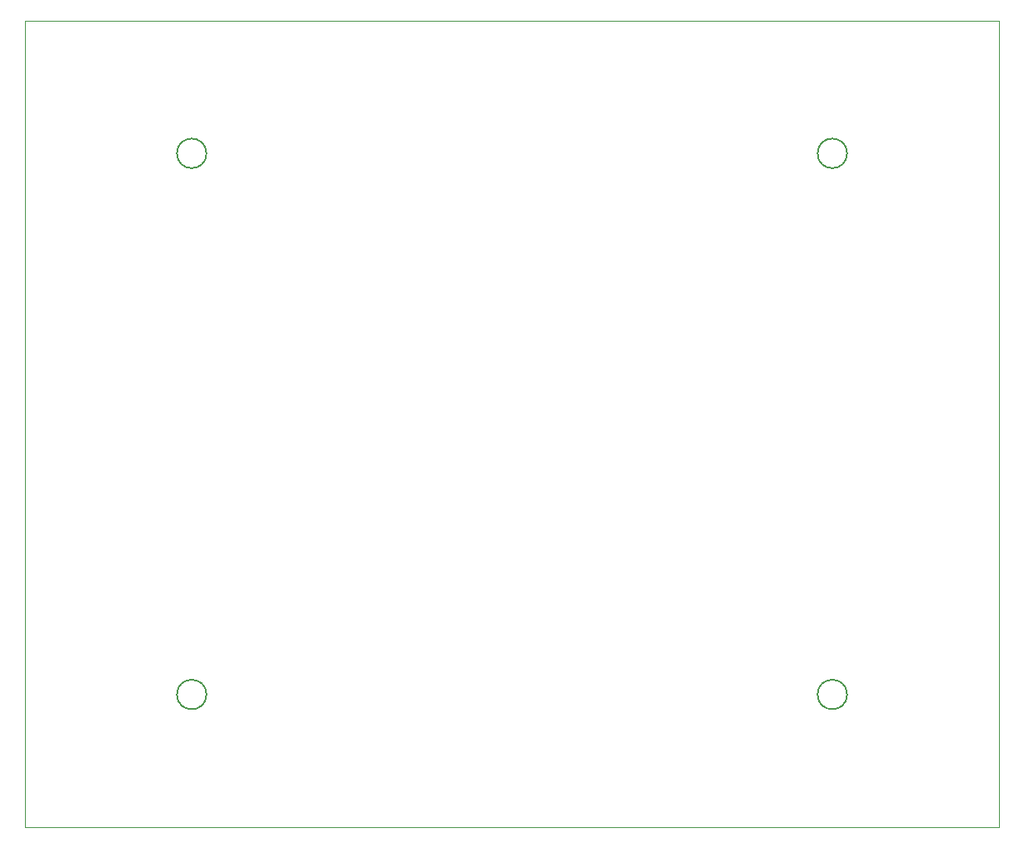
<source format=gbr>
%FSLAX34Y34*%
%MOMM*%
%LNOUTLINE*%
G71*
G01*
%ADD10C, 0.130*%
%ADD11C, 0.100*%
%LPD*%
G54D10*
G75*
G01X208400Y299100D02*
G03X208400Y299100I-15000J0D01*
G01*
G54D10*
G75*
G01X208400Y299100D02*
G03X208400Y299100I-15000J0D01*
G01*
G54D11*
X1013900Y164100D02*
X23900Y164100D01*
X23900Y984100D01*
X1013900Y984100D01*
X1013900Y164100D01*
G54D10*
G75*
G01X859400Y299100D02*
G03X859400Y299100I-15000J0D01*
G01*
G54D10*
G75*
G01X859400Y299100D02*
G03X859400Y299100I-15000J0D01*
G01*
G54D10*
G75*
G01X208400Y849100D02*
G03X208400Y849100I-15000J0D01*
G01*
G54D10*
G75*
G01X208400Y849100D02*
G03X208400Y849100I-15000J0D01*
G01*
G54D10*
G75*
G01X859400Y849100D02*
G03X859400Y849100I-15000J0D01*
G01*
G54D10*
G75*
G01X859400Y849100D02*
G03X859400Y849100I-15000J0D01*
G01*
M02*

</source>
